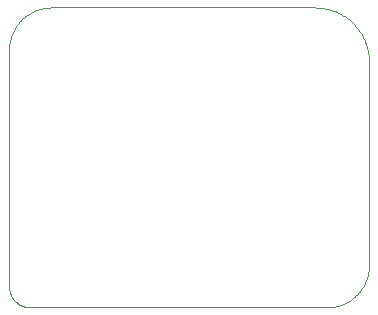
<source format=gko>
G75*
%MOIN*%
%OFA0B0*%
%FSLAX25Y25*%
%IPPOS*%
%LPD*%
%AMOC8*
5,1,8,0,0,1.08239X$1,22.5*
%
%ADD10C,0.00000*%
D10*
X0012123Y0001500D02*
X0110910Y0001500D01*
X0111252Y0001504D01*
X0111593Y0001517D01*
X0111934Y0001537D01*
X0112275Y0001566D01*
X0112615Y0001603D01*
X0112953Y0001648D01*
X0113291Y0001702D01*
X0113627Y0001763D01*
X0113962Y0001833D01*
X0114294Y0001911D01*
X0114625Y0001997D01*
X0114954Y0002090D01*
X0115280Y0002192D01*
X0115604Y0002302D01*
X0115925Y0002419D01*
X0116243Y0002544D01*
X0116558Y0002677D01*
X0116869Y0002817D01*
X0117178Y0002965D01*
X0117482Y0003120D01*
X0117783Y0003282D01*
X0118079Y0003452D01*
X0118372Y0003629D01*
X0118660Y0003813D01*
X0118944Y0004003D01*
X0119222Y0004201D01*
X0119496Y0004405D01*
X0119766Y0004616D01*
X0120029Y0004833D01*
X0120288Y0005057D01*
X0120541Y0005286D01*
X0120788Y0005522D01*
X0121030Y0005764D01*
X0121266Y0006011D01*
X0121495Y0006264D01*
X0121719Y0006523D01*
X0121936Y0006786D01*
X0122147Y0007056D01*
X0122351Y0007330D01*
X0122549Y0007608D01*
X0122739Y0007892D01*
X0122923Y0008180D01*
X0123100Y0008473D01*
X0123270Y0008769D01*
X0123432Y0009070D01*
X0123587Y0009374D01*
X0123735Y0009683D01*
X0123875Y0009994D01*
X0124008Y0010309D01*
X0124133Y0010627D01*
X0124250Y0010948D01*
X0124360Y0011272D01*
X0124462Y0011598D01*
X0124555Y0011927D01*
X0124641Y0012258D01*
X0124719Y0012590D01*
X0124789Y0012925D01*
X0124850Y0013261D01*
X0124904Y0013599D01*
X0124949Y0013937D01*
X0124986Y0014277D01*
X0125015Y0014618D01*
X0125035Y0014959D01*
X0125048Y0015300D01*
X0125052Y0015642D01*
X0125052Y0083472D01*
X0125047Y0083908D01*
X0125031Y0084343D01*
X0125005Y0084778D01*
X0124968Y0085212D01*
X0124921Y0085645D01*
X0124863Y0086077D01*
X0124795Y0086507D01*
X0124716Y0086936D01*
X0124627Y0087362D01*
X0124528Y0087786D01*
X0124419Y0088208D01*
X0124299Y0088627D01*
X0124170Y0089043D01*
X0124030Y0089456D01*
X0123880Y0089865D01*
X0123721Y0090270D01*
X0123552Y0090672D01*
X0123373Y0091069D01*
X0123185Y0091462D01*
X0122987Y0091850D01*
X0122780Y0092233D01*
X0122564Y0092611D01*
X0122338Y0092984D01*
X0122104Y0093352D01*
X0121861Y0093713D01*
X0121609Y0094069D01*
X0121349Y0094418D01*
X0121080Y0094761D01*
X0120803Y0095097D01*
X0120518Y0095427D01*
X0120225Y0095749D01*
X0119925Y0096065D01*
X0119617Y0096373D01*
X0119301Y0096673D01*
X0118979Y0096966D01*
X0118649Y0097251D01*
X0118313Y0097528D01*
X0117970Y0097797D01*
X0117621Y0098057D01*
X0117265Y0098309D01*
X0116904Y0098552D01*
X0116536Y0098786D01*
X0116163Y0099012D01*
X0115785Y0099228D01*
X0115402Y0099435D01*
X0115014Y0099633D01*
X0114621Y0099821D01*
X0114224Y0100000D01*
X0113822Y0100169D01*
X0113417Y0100328D01*
X0113008Y0100478D01*
X0112595Y0100618D01*
X0112179Y0100747D01*
X0111760Y0100867D01*
X0111338Y0100976D01*
X0110914Y0101075D01*
X0110488Y0101164D01*
X0110059Y0101243D01*
X0109629Y0101311D01*
X0109197Y0101369D01*
X0108764Y0101416D01*
X0108330Y0101453D01*
X0107895Y0101479D01*
X0107460Y0101495D01*
X0107024Y0101500D01*
X0019194Y0101500D01*
X0018847Y0101496D01*
X0018500Y0101483D01*
X0018154Y0101462D01*
X0017808Y0101432D01*
X0017463Y0101394D01*
X0017119Y0101347D01*
X0016776Y0101292D01*
X0016435Y0101228D01*
X0016095Y0101156D01*
X0015758Y0101076D01*
X0015422Y0100988D01*
X0015089Y0100891D01*
X0014758Y0100786D01*
X0014430Y0100673D01*
X0014104Y0100552D01*
X0013782Y0100424D01*
X0013463Y0100287D01*
X0013148Y0100142D01*
X0012836Y0099990D01*
X0012528Y0099830D01*
X0012223Y0099663D01*
X0011924Y0099488D01*
X0011628Y0099306D01*
X0011337Y0099117D01*
X0011051Y0098920D01*
X0010770Y0098717D01*
X0010493Y0098507D01*
X0010222Y0098290D01*
X0009957Y0098066D01*
X0009697Y0097837D01*
X0009443Y0097600D01*
X0009194Y0097358D01*
X0008952Y0097109D01*
X0008715Y0096855D01*
X0008486Y0096595D01*
X0008262Y0096330D01*
X0008045Y0096059D01*
X0007835Y0095782D01*
X0007632Y0095501D01*
X0007435Y0095215D01*
X0007246Y0094924D01*
X0007064Y0094628D01*
X0006889Y0094329D01*
X0006722Y0094024D01*
X0006562Y0093716D01*
X0006410Y0093404D01*
X0006265Y0093089D01*
X0006128Y0092770D01*
X0006000Y0092448D01*
X0005879Y0092122D01*
X0005766Y0091794D01*
X0005661Y0091463D01*
X0005564Y0091130D01*
X0005476Y0090794D01*
X0005396Y0090457D01*
X0005324Y0090117D01*
X0005260Y0089776D01*
X0005205Y0089433D01*
X0005158Y0089089D01*
X0005120Y0088744D01*
X0005090Y0088398D01*
X0005069Y0088052D01*
X0005056Y0087705D01*
X0005052Y0087358D01*
X0005052Y0008571D01*
X0005054Y0008400D01*
X0005060Y0008229D01*
X0005071Y0008059D01*
X0005085Y0007889D01*
X0005104Y0007719D01*
X0005126Y0007549D01*
X0005153Y0007381D01*
X0005184Y0007212D01*
X0005219Y0007045D01*
X0005257Y0006879D01*
X0005300Y0006713D01*
X0005347Y0006549D01*
X0005398Y0006386D01*
X0005453Y0006224D01*
X0005512Y0006064D01*
X0005574Y0005905D01*
X0005640Y0005747D01*
X0005710Y0005591D01*
X0005784Y0005437D01*
X0005862Y0005285D01*
X0005943Y0005135D01*
X0006028Y0004986D01*
X0006116Y0004840D01*
X0006208Y0004696D01*
X0006304Y0004554D01*
X0006402Y0004415D01*
X0006505Y0004278D01*
X0006610Y0004143D01*
X0006719Y0004011D01*
X0006830Y0003882D01*
X0006945Y0003756D01*
X0007063Y0003632D01*
X0007184Y0003511D01*
X0007308Y0003393D01*
X0007434Y0003278D01*
X0007563Y0003167D01*
X0007695Y0003058D01*
X0007830Y0002953D01*
X0007967Y0002850D01*
X0008106Y0002752D01*
X0008248Y0002656D01*
X0008392Y0002564D01*
X0008538Y0002476D01*
X0008687Y0002391D01*
X0008837Y0002310D01*
X0008989Y0002232D01*
X0009143Y0002158D01*
X0009299Y0002088D01*
X0009457Y0002022D01*
X0009616Y0001960D01*
X0009776Y0001901D01*
X0009938Y0001846D01*
X0010101Y0001795D01*
X0010265Y0001748D01*
X0010431Y0001705D01*
X0010597Y0001667D01*
X0010764Y0001632D01*
X0010933Y0001601D01*
X0011101Y0001574D01*
X0011271Y0001552D01*
X0011441Y0001533D01*
X0011611Y0001519D01*
X0011781Y0001508D01*
X0011952Y0001502D01*
X0012123Y0001500D01*
M02*

</source>
